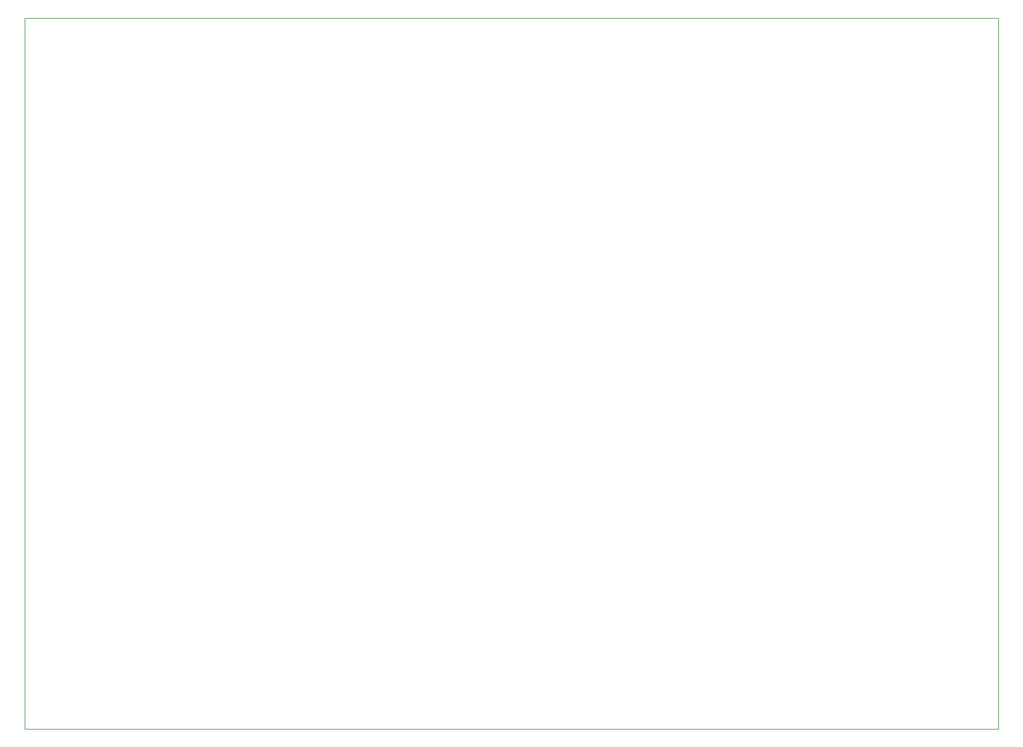
<source format=gbr>
%TF.GenerationSoftware,KiCad,Pcbnew,(6.0.8)*%
%TF.CreationDate,2023-03-14T15:32:15-04:00*%
%TF.ProjectId,MainPCB,4d61696e-5043-4422-9e6b-696361645f70,rev?*%
%TF.SameCoordinates,Original*%
%TF.FileFunction,Profile,NP*%
%FSLAX46Y46*%
G04 Gerber Fmt 4.6, Leading zero omitted, Abs format (unit mm)*
G04 Created by KiCad (PCBNEW (6.0.8)) date 2023-03-14 15:32:15*
%MOMM*%
%LPD*%
G01*
G04 APERTURE LIST*
%TA.AperFunction,Profile*%
%ADD10C,0.100000*%
%TD*%
G04 APERTURE END LIST*
D10*
X63000000Y-63000000D02*
X200000000Y-63000000D01*
X200000000Y-63000000D02*
X200000000Y-163000000D01*
X200000000Y-163000000D02*
X63000000Y-163000000D01*
X63000000Y-163000000D02*
X63000000Y-63000000D01*
M02*

</source>
